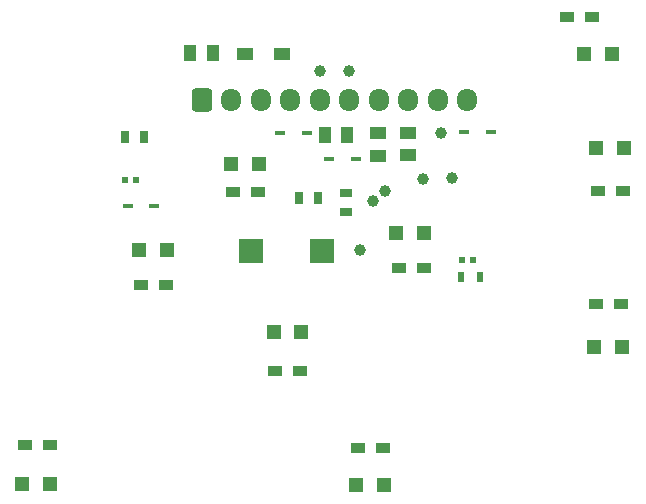
<source format=gbr>
%TF.GenerationSoftware,KiCad,Pcbnew,(6.0.6)*%
%TF.CreationDate,2023-05-08T04:55:46+09:00*%
%TF.ProjectId,128KB_64pin_Touch_L,3132384b-425f-4363-9470-696e5f546f75,rev?*%
%TF.SameCoordinates,Original*%
%TF.FileFunction,Soldermask,Top*%
%TF.FilePolarity,Negative*%
%FSLAX46Y46*%
G04 Gerber Fmt 4.6, Leading zero omitted, Abs format (unit mm)*
G04 Created by KiCad (PCBNEW (6.0.6)) date 2023-05-08 04:55:46*
%MOMM*%
%LPD*%
G01*
G04 APERTURE LIST*
G04 Aperture macros list*
%AMRoundRect*
0 Rectangle with rounded corners*
0 $1 Rounding radius*
0 $2 $3 $4 $5 $6 $7 $8 $9 X,Y pos of 4 corners*
0 Add a 4 corners polygon primitive as box body*
4,1,4,$2,$3,$4,$5,$6,$7,$8,$9,$2,$3,0*
0 Add four circle primitives for the rounded corners*
1,1,$1+$1,$2,$3*
1,1,$1+$1,$4,$5*
1,1,$1+$1,$6,$7*
1,1,$1+$1,$8,$9*
0 Add four rect primitives between the rounded corners*
20,1,$1+$1,$2,$3,$4,$5,0*
20,1,$1+$1,$4,$5,$6,$7,0*
20,1,$1+$1,$6,$7,$8,$9,0*
20,1,$1+$1,$8,$9,$2,$3,0*%
G04 Aperture macros list end*
%ADD10R,1.340000X1.140000*%
%ADD11R,1.200000X0.950000*%
%ADD12C,1.000000*%
%ADD13R,0.540000X0.940000*%
%ADD14R,1.150000X1.150000*%
%ADD15R,1.400000X1.000000*%
%ADD16R,2.000000X2.000000*%
%ADD17R,0.600000X0.620000*%
%ADD18R,1.000000X1.400000*%
%ADD19R,0.870000X0.420000*%
%ADD20R,0.800000X1.000000*%
%ADD21R,1.000000X0.800000*%
%ADD22RoundRect,0.250000X-0.600000X-0.725000X0.600000X-0.725000X0.600000X0.725000X-0.600000X0.725000X0*%
%ADD23O,1.700000X1.950000*%
G04 APERTURE END LIST*
D10*
%TO.C,D2*%
X140140000Y-81000000D03*
X143240000Y-81000000D03*
%TD*%
D11*
%TO.C,LED9*%
X133400000Y-100600000D03*
X131300000Y-100600000D03*
%TD*%
D12*
%TO.C,TP2*%
X156680000Y-87660000D03*
%TD*%
D13*
%TO.C,C13*%
X158390000Y-99920000D03*
X159990000Y-99920000D03*
%TD*%
D14*
%TO.C,R13*%
X169820000Y-88980000D03*
X172170000Y-88980000D03*
%TD*%
%TO.C,R20*%
X138940000Y-90310000D03*
X141290000Y-90310000D03*
%TD*%
%TO.C,R17*%
X123600000Y-117390000D03*
X121250000Y-117390000D03*
%TD*%
%TO.C,R15*%
X169660000Y-105790000D03*
X172010000Y-105790000D03*
%TD*%
D15*
%TO.C,R1*%
X153940000Y-87680000D03*
X153940000Y-89580000D03*
%TD*%
D16*
%TO.C,S1*%
X146625000Y-97655000D03*
X140625000Y-97655000D03*
%TD*%
D12*
%TO.C,TP6*%
X155210000Y-91600000D03*
%TD*%
D11*
%TO.C,LED3*%
X169860000Y-102180000D03*
X171960000Y-102180000D03*
%TD*%
%TO.C,LED2*%
X169980000Y-92610000D03*
X172080000Y-92610000D03*
%TD*%
%TO.C,LED7*%
X153190000Y-99110000D03*
X155290000Y-99110000D03*
%TD*%
%TO.C,LED1*%
X167380000Y-77880000D03*
X169480000Y-77880000D03*
%TD*%
D14*
%TO.C,R21*%
X133480000Y-97610000D03*
X131130000Y-97610000D03*
%TD*%
%TO.C,R11*%
X168850000Y-81040000D03*
X171200000Y-81040000D03*
%TD*%
D11*
%TO.C,LED5*%
X123580000Y-114140000D03*
X121480000Y-114140000D03*
%TD*%
D17*
%TO.C,C2*%
X129940000Y-91660000D03*
X130860000Y-91660000D03*
%TD*%
D12*
%TO.C,TP3*%
X148920000Y-82490000D03*
%TD*%
D18*
%TO.C,R3*%
X148780000Y-87830000D03*
X146880000Y-87830000D03*
%TD*%
D14*
%TO.C,R16*%
X151870000Y-117520000D03*
X149520000Y-117520000D03*
%TD*%
D18*
%TO.C,R4*%
X137390000Y-80960000D03*
X135490000Y-80960000D03*
%TD*%
D17*
%TO.C,C10*%
X158500000Y-98470000D03*
X159420000Y-98470000D03*
%TD*%
D19*
%TO.C,Z4*%
X145365000Y-87725000D03*
X143115000Y-87725000D03*
%TD*%
D14*
%TO.C,R19*%
X152920000Y-96160000D03*
X155270000Y-96160000D03*
%TD*%
D19*
%TO.C,Z5*%
X130175000Y-93845000D03*
X132425000Y-93845000D03*
%TD*%
D12*
%TO.C,TP4*%
X146470000Y-82480000D03*
%TD*%
%TO.C,TP52*%
X149830000Y-97610000D03*
%TD*%
D20*
%TO.C,R14*%
X146315000Y-93220000D03*
X144715000Y-93220000D03*
%TD*%
D11*
%TO.C,LED4*%
X151780000Y-114350000D03*
X149680000Y-114350000D03*
%TD*%
D12*
%TO.C,TP7*%
X157620000Y-91510000D03*
%TD*%
D11*
%TO.C,LED6*%
X142650000Y-107820000D03*
X144750000Y-107820000D03*
%TD*%
D21*
%TO.C,R12*%
X148670000Y-94410000D03*
X148670000Y-92810000D03*
%TD*%
D19*
%TO.C,Z2*%
X158685000Y-87655000D03*
X160935000Y-87655000D03*
%TD*%
D14*
%TO.C,R18*%
X142540000Y-104550000D03*
X144890000Y-104550000D03*
%TD*%
D11*
%TO.C,LED8*%
X139140000Y-92660000D03*
X141240000Y-92660000D03*
%TD*%
D12*
%TO.C,TP36*%
X150960000Y-93450000D03*
%TD*%
%TO.C,TP5*%
X151940000Y-92630000D03*
%TD*%
D20*
%TO.C,R5*%
X131550000Y-88060000D03*
X129950000Y-88060000D03*
%TD*%
D19*
%TO.C,Z3*%
X149505000Y-89945000D03*
X147255000Y-89945000D03*
%TD*%
D15*
%TO.C,R2*%
X151390000Y-87710000D03*
X151390000Y-89610000D03*
%TD*%
D22*
%TO.C,J1*%
X136451000Y-84940000D03*
D23*
X138951000Y-84940000D03*
X141451000Y-84940000D03*
X143951000Y-84940000D03*
X146451000Y-84940000D03*
X148951000Y-84940000D03*
X151451000Y-84940000D03*
X153951000Y-84940000D03*
X156451000Y-84940000D03*
X158951000Y-84940000D03*
%TD*%
M02*

</source>
